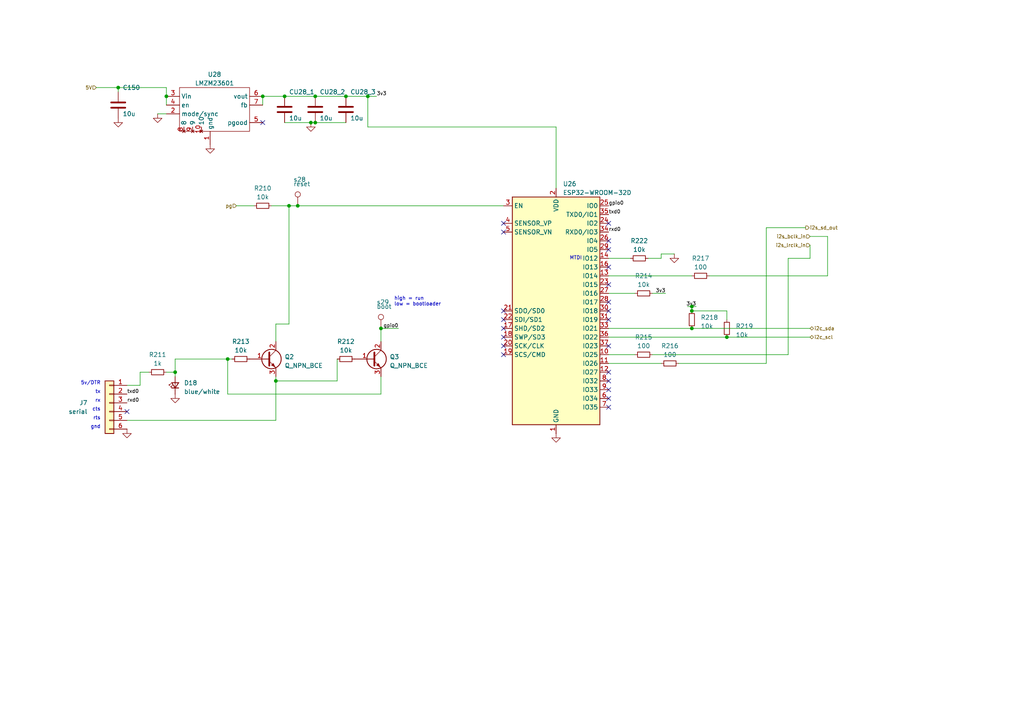
<source format=kicad_sch>
(kicad_sch (version 20231120) (generator "eeschema") (generator_version "8.0")
  (paper "A4")
  (lib_symbols
    (symbol "Connector:TestPoint" (pin_numbers hide) (pin_names (offset 0.762) hide)
      (property "Reference" "TP" (at 0 6.858 0))
      (property "Value" "TestPoint" (at 0 5.08 0))
      (symbol "TestPoint_0_1"
        (circle (center 0 3.302) (radius 0.762))
      )
      (symbol "TestPoint_1_1"
        (pin passive line (at 0 0 90) (length 2.54) (name "1") (number "1"))
      )
    )
    (symbol "Connector_Generic:Conn_01x06" (pin_names (offset 1.016) hide)
      (property "Reference" "J" (at 0 7.62 0))
      (property "Value" "Conn_01x06" (at 0 -10.16 0))
      (symbol "Conn_01x06_1_1"
        (rectangle (start -1.27 -7.493) (end 0 -7.747) (stroke (width 0.1524)))
        (rectangle (start -1.27 -4.953) (end 0 -5.207) (stroke (width 0.1524)))
        (rectangle (start -1.27 -2.413) (end 0 -2.667) (stroke (width 0.1524)))
        (rectangle (start -1.27 0.127) (end 0 -0.127) (stroke (width 0.1524)))
        (rectangle (start -1.27 2.667) (end 0 2.413) (stroke (width 0.1524)))
        (rectangle (start -1.27 5.207) (end 0 4.953) (stroke (width 0.1524)))
        (rectangle (start -1.27 6.35) (end 1.27 -8.89) (stroke (width 0.254)) (fill (type background)))
        (pin passive line (at -5.08 5.08 0) (length 3.81) (name "Pin_1") (number "1"))
        (pin passive line (at -5.08 2.54 0) (length 3.81) (name "Pin_2") (number "2"))
        (pin passive line (at -5.08 0 0) (length 3.81) (name "Pin_3") (number "3"))
        (pin passive line (at -5.08 -2.54 0) (length 3.81) (name "Pin_4") (number "4"))
        (pin passive line (at -5.08 -5.08 0) (length 3.81) (name "Pin_5") (number "5"))
        (pin passive line (at -5.08 -7.62 0) (length 3.81) (name "Pin_6") (number "6"))
      )
    )
    (symbol "Device:C" (pin_numbers hide) (pin_names (offset 0.254))
      (property "Reference" "C" (at 0.635 2.54 0))
      (property "Value" "C" (at 0.635 -2.54 0))
      (symbol "C_0_1"
        (polyline (pts (xy -2.032 -0.762) (xy 2.032 -0.762)) (stroke (width 0.508)))
        (polyline (pts (xy -2.032 0.762) (xy 2.032 0.762)) (stroke (width 0.508)))
      )
      (symbol "C_1_1"
        (pin passive line (at 0 3.81 270) (length 2.794) (name "~") (number "1"))
        (pin passive line (at 0 -3.81 90) (length 2.794) (name "~") (number "2"))
      )
    )
    (symbol "Device:LED_Small" (pin_numbers hide) (pin_names (offset 0.254) hide)
      (property "Reference" "D" (at -1.27 3.175 0))
      (property "Value" "LED_Small" (at -4.445 -2.54 0))
      (symbol "LED_Small_0_1"
        (polyline (pts (xy -0.762 -1.016) (xy -0.762 1.016)) (stroke (width 0.254)))
        (polyline (pts (xy 1.016 0) (xy -0.762 0)))
        (polyline (pts (xy 0.762 -1.016) (xy -0.762 0) (xy 0.762 1.016) (xy 0.762 -1.016)) (stroke (width 0.254)))
        (polyline (pts (xy 0 0.762) (xy -0.508 1.27) (xy -0.254 1.27) (xy -0.508 1.27) (xy -0.508 1.016)))
        (polyline (pts (xy 0.508 1.27) (xy 0 1.778) (xy 0.254 1.778) (xy 0 1.778) (xy 0 1.524)))
      )
      (symbol "LED_Small_1_1"
        (pin passive line (at -2.54 0 0) (length 1.778) (name "K") (number "1"))
        (pin passive line (at 2.54 0 180) (length 1.778) (name "A") (number "2"))
      )
    )
    (symbol "Device:Q_NPN_BCE" (pin_names (offset 0) hide)
      (property "Reference" "Q" (at 5.08 1.27 0))
      (property "Value" "Q_NPN_BCE" (at 5.08 -1.27 0))
      (symbol "Q_NPN_BCE_0_1"
        (polyline (pts (xy 0.635 0.635) (xy 2.54 2.54)))
        (polyline (pts (xy 0.635 -0.635) (xy 2.54 -2.54) (xy 2.54 -2.54)))
        (polyline (pts (xy 0.635 1.905) (xy 0.635 -1.905) (xy 0.635 -1.905)) (stroke (width 0.508)))
        (polyline (pts (xy 1.27 -1.778) (xy 1.778 -1.27) (xy 2.286 -2.286) (xy 1.27 -1.778) (xy 1.27 -1.778)) (fill (type outline)))
        (circle (center 1.27 0) (radius 2.8194) (stroke (width 0.254)))
      )
      (symbol "Q_NPN_BCE_1_1"
        (pin input line (at -5.08 0 0) (length 5.715) (name "B") (number "1"))
        (pin passive line (at 2.54 5.08 270) (length 2.54) (name "C") (number "2"))
        (pin passive line (at 2.54 -5.08 90) (length 2.54) (name "E") (number "3"))
      )
    )
    (symbol "Device:R_Small" (pin_numbers hide) (pin_names (offset 0.254) hide)
      (property "Reference" "R" (at 0.762 0.508 0))
      (property "Value" "R_Small" (at 0.762 -1.016 0))
      (symbol "R_Small_0_1"
        (rectangle (start -0.762 1.778) (end 0.762 -1.778) (stroke (width 0.2032)))
      )
      (symbol "R_Small_1_1"
        (pin passive line (at 0 2.54 270) (length 0.762) (name "~") (number "1"))
        (pin passive line (at 0 -2.54 90) (length 0.762) (name "~") (number "2"))
      )
    )
    (symbol "RF_Module:ESP32-WROOM-32D"
      (property "Reference" "U" (at -12.7 34.29 0))
      (property "Value" "ESP32-WROOM-32D" (at 1.27 34.29 0))
      (symbol "ESP32-WROOM-32D_0_1"
        (rectangle (start -12.7 33.02) (end 12.7 -33.02) (stroke (width 0.254)) (fill (type background)))
      )
      (symbol "ESP32-WROOM-32D_1_1"
        (pin power_in line (at 0 -35.56 90) (length 2.54) (name "GND") (number "1"))
        (pin bidirectional line (at 15.24 -12.7 180) (length 2.54) (name "IO25") (number "10"))
        (pin bidirectional line (at 15.24 -15.24 180) (length 2.54) (name "IO26") (number "11"))
        (pin bidirectional line (at 15.24 -17.78 180) (length 2.54) (name "IO27") (number "12"))
        (pin bidirectional line (at 15.24 10.16 180) (length 2.54) (name "IO14") (number "13"))
        (pin bidirectional line (at 15.24 15.24 180) (length 2.54) (name "IO12") (number "14"))
        (pin passive line (at 0 -35.56 90) (length 2.54) hide (name "GND") (number "15"))
        (pin bidirectional line (at 15.24 12.7 180) (length 2.54) (name "IO13") (number "16"))
        (pin bidirectional line (at -15.24 -5.08 0) (length 2.54) (name "SHD/SD2") (number "17"))
        (pin bidirectional line (at -15.24 -7.62 0) (length 2.54) (name "SWP/SD3") (number "18"))
        (pin bidirectional line (at -15.24 -12.7 0) (length 2.54) (name "SCS/CMD") (number "19"))
        (pin power_in line (at 0 35.56 270) (length 2.54) (name "VDD") (number "2"))
        (pin bidirectional line (at -15.24 -10.16 0) (length 2.54) (name "SCK/CLK") (number "20"))
        (pin bidirectional line (at -15.24 0 0) (length 2.54) (name "SDO/SD0") (number "21"))
        (pin bidirectional line (at -15.24 -2.54 0) (length 2.54) (name "SDI/SD1") (number "22"))
        (pin bidirectional line (at 15.24 7.62 180) (length 2.54) (name "IO15") (number "23"))
        (pin bidirectional line (at 15.24 25.4 180) (length 2.54) (name "IO2") (number "24"))
        (pin bidirectional line (at 15.24 30.48 180) (length 2.54) (name "IO0") (number "25"))
        (pin bidirectional line (at 15.24 20.32 180) (length 2.54) (name "IO4") (number "26"))
        (pin bidirectional line (at 15.24 5.08 180) (length 2.54) (name "IO16") (number "27"))
        (pin bidirectional line (at 15.24 2.54 180) (length 2.54) (name "IO17") (number "28"))
        (pin bidirectional line (at 15.24 17.78 180) (length 2.54) (name "IO5") (number "29"))
        (pin input line (at -15.24 30.48 0) (length 2.54) (name "EN") (number "3"))
        (pin bidirectional line (at 15.24 0 180) (length 2.54) (name "IO18") (number "30"))
        (pin bidirectional line (at 15.24 -2.54 180) (length 2.54) (name "IO19") (number "31"))
        (pin no_connect line (at -12.7 -27.94 0) (length 2.54) hide (name "NC") (number "32"))
        (pin bidirectional line (at 15.24 -5.08 180) (length 2.54) (name "IO21") (number "33"))
        (pin bidirectional line (at 15.24 22.86 180) (length 2.54) (name "RXD0/IO3") (number "34"))
        (pin bidirectional line (at 15.24 27.94 180) (length 2.54) (name "TXD0/IO1") (number "35"))
        (pin bidirectional line (at 15.24 -7.62 180) (length 2.54) (name "IO22") (number "36"))
        (pin bidirectional line (at 15.24 -10.16 180) (length 2.54) (name "IO23") (number "37"))
        (pin passive line (at 0 -35.56 90) (length 2.54) hide (name "GND") (number "38"))
        (pin passive line (at 0 -35.56 90) (length 2.54) hide (name "GND") (number "39"))
        (pin input line (at -15.24 25.4 0) (length 2.54) (name "SENSOR_VP") (number "4"))
        (pin input line (at -15.24 22.86 0) (length 2.54) (name "SENSOR_VN") (number "5"))
        (pin input line (at 15.24 -25.4 180) (length 2.54) (name "IO34") (number "6"))
        (pin input line (at 15.24 -27.94 180) (length 2.54) (name "IO35") (number "7"))
        (pin bidirectional line (at 15.24 -20.32 180) (length 2.54) (name "IO32") (number "8"))
        (pin bidirectional line (at 15.24 -22.86 180) (length 2.54) (name "IO33") (number "9"))
      )
    )
    (symbol "invendelirium_ic:LMZM23601"
      (property "Reference" "U" (at 2.54 8.89 0))
      (property "Value" "LMZM23601" (at 6.35 -6.35 0))
      (symbol "LMZM23601_0_1"
        (rectangle (start -11.43 7.62) (end 8.89 -5.08))
      )
      (symbol "LMZM23601_1_1"
        (pin power_in line (at -2.54 -8.89 90) (length 3.81) (name "gnd") (number "1"))
        (pin no_connect line (at -5.08 -5.08 90) (length 1.27) (name "10") (number "10"))
        (pin input line (at -15.24 0 0) (length 3.81) (name "mode/sync") (number "2"))
        (pin power_in line (at -15.24 5.08 0) (length 3.81) (name "Vin") (number "3"))
        (pin input line (at -15.24 2.54 0) (length 3.81) (name "en") (number "4"))
        (pin open_collector line (at 12.7 -2.54 180) (length 3.81) (name "pgood") (number "5"))
        (pin power_out line (at 12.7 5.08 180) (length 3.81) (name "vout") (number "6"))
        (pin input line (at 12.7 2.54 180) (length 3.81) (name "fb") (number "7"))
        (pin no_connect line (at -10.16 -5.08 90) (length 1.27) (name "8") (number "8"))
        (pin no_connect line (at -7.62 -5.08 90) (length 1.27) (name "9") (number "9"))
        (pin power_in line (at -2.54 -8.89 90) (length 3.81) hide (name "pad") (number "pad"))
      )
    )
    (symbol "power:GND" (power) (pin_numbers hide) (pin_names (offset 0) hide)
      (property "Value" "GND" (at 0 -3.81 0))
      (symbol "GND_0_1"
        (polyline (pts (xy 0 0) (xy 0 -1.27) (xy 1.27 -1.27) (xy 0 -2.54) (xy -1.27 -1.27) (xy 0 -1.27)))
      )
      (symbol "GND_1_1"
        (pin power_in line (at 0 0 270) (length 0) (name "~") (number "1"))
      )
    )
  )
  (junction (at 106.68 27.94))
  (junction (at 83.82 59.69))
  (junction (at 91.44 35.56))
  (junction (at 91.44 27.94))
  (junction (at 200.66 88.9))
  (junction (at 48.26 27.94))
  (junction (at 34.29 25.4))
  (junction (at 100.33 27.94))
  (junction (at 50.8 107.95))
  (junction (at 80.01 110.49))
  (junction (at 210.82 97.79))
  (junction (at 200.66 95.25))
  (junction (at 82.55 27.94))
  (junction (at 110.49 95.25))
  (junction (at 76.2 27.94))
  (junction (at 200.66 90.17))
  (junction (at 66.04 104.14))
  (junction (at 86.36 59.69))
  (junction (at 90.17 35.56))
  (no_connect (at 176.53 118.11))
  (no_connect (at 146.05 95.25))
  (no_connect (at 176.53 90.17))
  (no_connect (at 176.53 113.03))
  (no_connect (at 146.05 97.79))
  (no_connect (at 176.53 87.63))
  (no_connect (at 146.05 67.31))
  (no_connect (at 146.05 92.71))
  (no_connect (at 146.05 64.77))
  (no_connect (at 36.83 119.38))
  (no_connect (at 176.53 110.49))
  (no_connect (at 176.53 115.57))
  (no_connect (at 176.53 92.71))
  (no_connect (at 176.53 107.95))
  (no_connect (at 76.2 35.56))
  (no_connect (at 146.05 90.17))
  (no_connect (at 146.05 100.33))
  (no_connect (at 176.53 77.47))
  (no_connect (at 176.53 64.77))
  (no_connect (at 146.05 102.87))
  (no_connect (at 176.53 72.39))
  (no_connect (at 176.53 100.33))
  (no_connect (at 176.53 69.85))
  (no_connect (at 176.53 82.55))
  (wire (pts (xy 66.04 104.14) (xy 66.04 114.3)))
  (wire (pts (xy 91.44 35.56) (xy 100.33 35.56)))
  (wire (pts (xy 176.53 97.79) (xy 210.82 97.79)))
  (wire (pts (xy 234.95 68.58) (xy 240.03 68.58)))
  (wire (pts (xy 80.01 110.49) (xy 80.01 121.92)))
  (wire (pts (xy 191.77 73.66) (xy 195.58 73.66)))
  (wire (pts (xy 234.95 71.12) (xy 234.95 74.93)))
  (wire (pts (xy 91.44 27.94) (xy 100.33 27.94)))
  (wire (pts (xy 80.01 109.22) (xy 80.01 110.49)))
  (wire (pts (xy 176.53 95.25) (xy 200.66 95.25)))
  (wire (pts (xy 27.94 25.4) (xy 34.29 25.4)))
  (wire (pts (xy 234.95 74.93) (xy 228.6 74.93)))
  (wire (pts (xy 40.64 111.76) (xy 36.83 111.76)))
  (wire (pts (xy 191.77 74.93) (xy 191.77 73.66)))
  (wire (pts (xy 66.04 104.14) (xy 67.31 104.14)))
  (wire (pts (xy 222.25 66.04) (xy 222.25 105.41)))
  (wire (pts (xy 200.66 88.9) (xy 201.93 88.9)))
  (wire (pts (xy 50.8 107.95) (xy 50.8 104.14)))
  (wire (pts (xy 240.03 80.01) (xy 205.74 80.01)))
  (wire (pts (xy 78.74 59.69) (xy 83.82 59.69)))
  (wire (pts (xy 80.01 121.92) (xy 36.83 121.92)))
  (wire (pts (xy 228.6 102.87) (xy 189.23 102.87)))
  (wire (pts (xy 50.8 104.14) (xy 66.04 104.14)))
  (wire (pts (xy 97.79 104.14) (xy 97.79 110.49)))
  (wire (pts (xy 80.01 93.98) (xy 83.82 93.98)))
  (wire (pts (xy 80.01 99.06) (xy 80.01 93.98)))
  (wire (pts (xy 110.49 114.3) (xy 110.49 109.22)))
  (wire (pts (xy 50.8 109.22) (xy 50.8 107.95)))
  (wire (pts (xy 82.55 27.94) (xy 91.44 27.94)))
  (wire (pts (xy 106.68 36.83) (xy 106.68 27.94)))
  (wire (pts (xy 40.64 107.95) (xy 43.18 107.95)))
  (wire (pts (xy 187.96 74.93) (xy 191.77 74.93)))
  (wire (pts (xy 222.25 105.41) (xy 196.85 105.41)))
  (wire (pts (xy 210.82 92.71) (xy 210.82 90.17)))
  (wire (pts (xy 76.2 27.94) (xy 82.55 27.94)))
  (wire (pts (xy 200.66 95.25) (xy 234.95 95.25)))
  (wire (pts (xy 48.26 107.95) (xy 50.8 107.95)))
  (wire (pts (xy 200.66 90.17) (xy 210.82 90.17)))
  (wire (pts (xy 184.15 102.87) (xy 176.53 102.87)))
  (wire (pts (xy 161.29 36.83) (xy 106.68 36.83)))
  (wire (pts (xy 110.49 99.06) (xy 110.49 95.25)))
  (wire (pts (xy 189.23 85.09) (xy 193.04 85.09)))
  (wire (pts (xy 233.68 66.04) (xy 222.25 66.04)))
  (wire (pts (xy 210.82 97.79) (xy 234.95 97.79)))
  (wire (pts (xy 48.26 25.4) (xy 34.29 25.4)))
  (wire (pts (xy 200.66 80.01) (xy 176.53 80.01)))
  (wire (pts (xy 90.17 35.56) (xy 91.44 35.56)))
  (wire (pts (xy 68.58 59.69) (xy 73.66 59.69)))
  (wire (pts (xy 191.77 105.41) (xy 176.53 105.41)))
  (wire (pts (xy 76.2 30.48) (xy 76.2 27.94)))
  (wire (pts (xy 40.64 107.95) (xy 40.64 111.76)))
  (wire (pts (xy 48.26 25.4) (xy 48.26 27.94)))
  (wire (pts (xy 200.66 88.9) (xy 200.66 90.17)))
  (wire (pts (xy 83.82 59.69) (xy 83.82 93.98)))
  (wire (pts (xy 176.53 85.09) (xy 184.15 85.09)))
  (wire (pts (xy 240.03 68.58) (xy 240.03 80.01)))
  (wire (pts (xy 100.33 27.94) (xy 106.68 27.94)))
  (wire (pts (xy 86.36 59.69) (xy 146.05 59.69)))
  (wire (pts (xy 48.26 27.94) (xy 48.26 30.48)))
  (wire (pts (xy 228.6 74.93) (xy 228.6 102.87)))
  (wire (pts (xy 176.53 74.93) (xy 182.88 74.93)))
  (wire (pts (xy 83.82 59.69) (xy 86.36 59.69)))
  (wire (pts (xy 45.72 33.02) (xy 48.26 33.02)))
  (wire (pts (xy 110.49 95.25) (xy 115.57 95.25)))
  (wire (pts (xy 199.39 88.9) (xy 200.66 88.9)))
  (wire (pts (xy 161.29 54.61) (xy 161.29 36.83)))
  (wire (pts (xy 82.55 35.56) (xy 90.17 35.56)))
  (wire (pts (xy 97.79 110.49) (xy 80.01 110.49)))
  (wire (pts (xy 106.68 27.94) (xy 109.22 27.94)))
  (wire (pts (xy 34.29 25.4) (xy 34.29 26.67)))
  (wire (pts (xy 66.04 114.3) (xy 110.49 114.3)))
  (text "5v/DTR" (at 29.21 111.76 0) (effects (font (size 1.016 1.016)) (justify right bottom)))
  (text "cts" (at 29.21 119.38 0) (effects (font (size 1.016 1.016)) (justify right bottom)))
  (text "MTDI" (at 165.194 75.521 0) (effects (font (size 1.016 1.016)) (justify left bottom)))
  (text "gnd" (at 29.21 124.46 0) (effects (font (size 1.016 1.016)) (justify right bottom)))
  (text "rts" (at 29.21 121.92 0) (effects (font (size 1.016 1.016)) (justify right bottom)))
  (text "tx" (at 29.21 114.3 0) (effects (font (size 1.016 1.016)) (justify right bottom)))
  (text "high = run\nlow = bootloader" (at 114.3 88.9 0) (effects (font (size 1.016 1.016)) (justify left bottom)))
  (text "rx" (at 29.21 116.84 0) (effects (font (size 1.016 1.016)) (justify right bottom)))
  (label "gpio0" (at 176.53 59.69 0) (effects (font (size 1.016 1.016))))
  (label "3v3" (at 193.04 85.09 180) (effects (font (size 1.016 1.016))))
  (label "3v3" (at 201.93 88.9 180) (effects (font (size 1.016 1.016))))
  (label "rxd0" (at 36.83 116.84 0) (effects (font (size 1.016 1.016))))
  (label "rxd0" (at 176.53 67.31 0) (effects (font (size 1.016 1.016))))
  (label "txd0" (at 36.83 114.3 0) (effects (font (size 1.016 1.016))))
  (label "gpio0" (at 115.57 95.25 180) (effects (font (size 1.016 1.016))))
  (label "3v3" (at 109.22 27.94 0) (effects (font (size 1.016 1.016))))
  (label "txd0" (at 176.53 62.23 0) (effects (font (size 1.016 1.016))))
  (hierarchical_label "5V" (shape input) (at 27.94 25.4 180) (effects (font (size 1.016 1.016))))
  (hierarchical_label "i2c_sda" (shape bidirectional) (at 234.95 95.25 0) (effects (font (size 1.016 1.016))))
  (hierarchical_label "i2s_bclk_in" (shape input) (at 234.95 68.58 180) (effects (font (size 1.016 1.016))))
  (hierarchical_label "i2c_scl" (shape bidirectional) (at 234.95 97.79 0) (effects (font (size 1.016 1.016))))
  (hierarchical_label "i2s_lrclk_in" (shape input) (at 234.95 71.12 180) (effects (font (size 1.016 1.016))))
  (hierarchical_label "pg" (shape input) (at 68.58 59.69 180) (effects (font (size 1.016 1.016))))
  (hierarchical_label "i2s_sd_out" (shape output) (at 233.68 66.04 0) (effects (font (size 1.016 1.016))))
  (symbol (lib_id "Device:R_Small") (at 203.2 80.01 270) (unit 1)
    (property "Reference" "R217" (at 203.2 74.93 90))
    (property "Value" "100" (at 203.2 77.47 90))
    (property "Footprint" "invendelirium_audio:R_0603" (effects (hide yes)))
  )
  (symbol (lib_id "power:GND") (at 195.58 73.66 0) (unit 1)
    (property "Reference" "#PWR0184" (effects (hide yes)))
    (property "Value" "GND" (effects (hide yes)))
  )
  (symbol (lib_id "power:GND") (at 161.29 125.73 0) (unit 1)
    (property "Reference" "#PWR0183" (effects (hide yes)))
    (property "Value" "GND" (effects (hide yes)))
  )
  (symbol (lib_id "Device:LED_Small") (at 50.8 111.76 90) (unit 1)
    (property "Reference" "D18" (at 53.34 111.0615 90) (effects (justify right)))
    (property "Value" "blue/white" (at 53.34 113.6015 90) (effects (justify right)))
    (property "Footprint" "LED_SMD:LED_0805_2012Metric" (effects (hide yes)))
  )
  (symbol (lib_id "Device:C") (at 82.55 31.75 0) (unit 1)
    (property "Reference" "CU28_1" (at 83.82 26.67 0) (effects (justify left)))
    (property "Value" "10u" (at 83.82 34.29 0) (effects (justify left)))
    (property "Footprint" "invendelirium_audio:C_0603" (effects (hide yes)))
    (property "Voltage" "16V" (effects (hide yes)))
  )
  (symbol (lib_id "Device:R_Small") (at 210.82 95.25 180) (unit 1)
    (property "Reference" "R219" (at 213.36 94.615 0) (effects (justify right)))
    (property "Value" "10k" (at 213.36 97.155 0) (effects (justify right)))
    (property "Footprint" "invendelirium_audio:R_0603" (effects (hide yes)))
  )
  (symbol (lib_id "power:GND") (at 45.72 33.02 0) (unit 1)
    (property "Reference" "#PWR0180" (effects (hide yes)))
    (property "Value" "GND" (effects (hide yes)))
  )
  (symbol (lib_id "power:GND") (at 90.17 35.56 0) (unit 1)
    (property "Reference" "#PWR0181" (effects (hide yes)))
    (property "Value" "GND" (effects (hide yes)))
  )
  (symbol (lib_id "power:GND") (at 34.29 34.29 0) (unit 1)
    (property "Reference" "#PWR0178" (effects (hide yes)))
    (property "Value" "GND" (effects (hide yes)))
  )
  (symbol (lib_id "Device:R_Small") (at 194.31 105.41 270) (unit 1)
    (property "Reference" "R216" (at 194.31 100.33 90))
    (property "Value" "100" (at 194.31 102.87 90))
    (property "Footprint" "invendelirium_audio:R_0603" (effects (hide yes)))
  )
  (symbol (lib_id "Device:R_Small") (at 186.69 102.87 270) (unit 1)
    (property "Reference" "R215" (at 186.69 97.79 90))
    (property "Value" "100" (at 186.69 100.33 90))
    (property "Footprint" "invendelirium_audio:R_0603" (effects (hide yes)))
  )
  (symbol (lib_id "power:GND") (at 60.96 41.91 0) (unit 1)
    (property "Reference" "#PWR0179" (effects (hide yes)))
    (property "Value" "GND" (effects (hide yes)))
  )
  (symbol (lib_id "Device:R_Small") (at 69.85 104.14 90) (unit 1)
    (property "Reference" "R213" (at 69.85 99.06 90))
    (property "Value" "10k" (at 69.85 101.6 90))
    (property "Footprint" "invendelirium_audio:R_0603" (effects (hide yes)))
  )
  (symbol (lib_id "Device:R_Small") (at 76.2 59.69 90) (unit 1)
    (property "Reference" "R210" (at 76.2 54.61 90))
    (property "Value" "10k" (at 76.2 57.15 90))
    (property "Footprint" "invendelirium_audio:R_0603" (effects (hide yes)))
  )
  (symbol (lib_id "Device:R_Small") (at 100.33 104.14 90) (unit 1)
    (property "Reference" "R212" (at 100.33 99.06 90))
    (property "Value" "10k" (at 100.33 101.6 90))
    (property "Footprint" "invendelirium_audio:R_0603" (effects (hide yes)))
  )
  (symbol (lib_id "Device:C") (at 91.44 31.75 0) (unit 1)
    (property "Reference" "CU28_2" (at 92.71 26.67 0) (effects (justify left)))
    (property "Value" "10u" (at 92.71 34.29 0) (effects (justify left)))
    (property "Footprint" "invendelirium_audio:C_0603" (effects (hide yes)))
    (property "Voltage" "16V" (effects (hide yes)))
  )
  (symbol (lib_id "Device:C") (at 100.33 31.75 0) (unit 1)
    (property "Reference" "CU28_3" (at 101.6 26.67 0) (effects (justify left)))
    (property "Value" "10u" (at 101.6 34.29 0) (effects (justify left)))
    (property "Footprint" "invendelirium_audio:C_0603" (effects (hide yes)))
    (property "Voltage" "16V" (effects (hide yes)))
  )
  (symbol (lib_id "Device:Q_NPN_BCE") (at 77.47 104.14 0) (unit 1)
    (property "Reference" "Q2" (at 82.55 103.505 0) (effects (justify left)))
    (property "Value" "Q_NPN_BCE" (at 82.55 106.045 0) (effects (justify left)))
    (property "Footprint" "PCM_4ms_Package_SOT:SOT23-3_PO123" (effects (hide yes)))
  )
  (symbol (lib_id "Device:R_Small") (at 185.42 74.93 90) (unit 1)
    (property "Reference" "R222" (at 185.42 69.85 90))
    (property "Value" "10k" (at 185.42 72.39 90))
    (property "Footprint" "invendelirium_audio:R_0603" (effects (hide yes)))
  )
  (symbol (lib_id "Device:R_Small") (at 45.72 107.95 90) (unit 1)
    (property "Reference" "R211" (at 45.72 102.87 90))
    (property "Value" "1k" (at 45.72 105.41 90))
    (property "Footprint" "invendelirium_audio:R_0603" (effects (hide yes)))
  )
  (symbol (lib_id "Connector:TestPoint") (at 86.36 59.69 0) (unit 1)
    (property "Reference" "s28" (at 85.09 52.07 0) (effects (justify left)))
    (property "Value" "reset" (at 85.09 53.34 0) (effects (justify left)))
    (property "Footprint" "invendelirium_general:pad_1.2x1.5" (effects (hide yes)))
  )
  (symbol (lib_id "Device:R_Small") (at 186.69 85.09 90) (unit 1)
    (property "Reference" "R214" (at 186.69 80.01 90))
    (property "Value" "10k" (at 186.69 82.55 90))
    (property "Footprint" "invendelirium_audio:R_0603" (effects (hide yes)))
  )
  (symbol (lib_id "Connector_Generic:Conn_01x06") (at 31.75 116.84 0) (mirror y) (unit 1)
    (property "Reference" "J7" (at 25.4 116.84 0) (effects (justify left)))
    (property "Value" "serial" (at 25.4 119.38 0) (effects (justify left)))
    (property "Footprint" "Connector_JST:JST_GH_BM06B-GHS-TBT_1x06-1MP_P1.25mm_Vertical" (effects (hide yes)))
    (property "PN" "BM03B-GHS-TBT" (effects (hide yes)))
  )
  (symbol (lib_id "Device:R_Small") (at 200.66 92.71 180) (unit 1)
    (property "Reference" "R218" (at 203.2 92.075 0) (effects (justify right)))
    (property "Value" "10k" (at 203.2 94.615 0) (effects (justify right)))
    (property "Footprint" "invendelirium_audio:R_0603" (effects (hide yes)))
  )
  (symbol (lib_id "power:GND") (at 36.83 124.46 0) (unit 1)
    (property "Reference" "#PWR0195" (effects (hide yes)))
    (property "Value" "GND" (effects (hide yes)))
  )
  (symbol (lib_id "invendelirium_ic:LMZM23601") (at 63.5 33.02 0) (unit 1)
    (property "Reference" "U28" (at 62.23 21.59 0))
    (property "Value" "LMZM23601" (at 62.23 24.13 0))
    (property "Footprint" "invendelirium_general:LMZM23601" (effects (hide yes)))
    (property "PN" "LMZM23601" (effects (hide yes)))
  )
  (symbol (lib_id "RF_Module:ESP32-WROOM-32D") (at 161.29 90.17 0) (unit 1)
    (property "Reference" "U26" (at 163.2459 53.34 0) (effects (justify left)))
    (property "Value" "ESP32-WROOM-32D" (at 163.2459 55.88 0) (effects (justify left)))
    (property "Footprint" "invendelirium_audio:ESP32-WROOM-32D" (effects (hide yes)))
    (property "Datasheet" "https://www.espressif.com/sites/default/files/documentation/esp32-wroom-32d_esp32-wroom-32u_datasheet_en.pdf" (effects (hide yes)))
    (property "PN" "ESP32-WROOM-32E-N16" (effects (hide yes)))
  )
  (symbol (lib_id "Device:Q_NPN_BCE") (at 107.95 104.14 0) (unit 1)
    (property "Reference" "Q3" (at 113.03 103.505 0) (effects (justify left)))
    (property "Value" "Q_NPN_BCE" (at 113.03 106.045 0) (effects (justify left)))
    (property "Footprint" "PCM_4ms_Package_SOT:SOT23-3_PO123" (effects (hide yes)))
  )
  (symbol (lib_id "power:GND") (at 50.8 114.3 0) (unit 1)
    (property "Reference" "#PWR0182" (effects (hide yes)))
    (property "Value" "GND" (effects (hide yes)))
  )
  (symbol (lib_id "Connector:TestPoint") (at 110.49 95.25 0) (unit 1)
    (property "Reference" "s29" (at 109.22 87.63 0) (effects (justify left)))
    (property "Value" "boot" (at 109.22 88.9 0) (effects (justify left)))
    (property "Footprint" "invendelirium_general:pad_1.2x1.5" (effects (hide yes)))
  )
  (symbol (lib_id "Device:C") (at 34.29 30.48 0) (unit 1)
    (property "Reference" "C150" (at 35.56 25.4 0) (effects (justify left)))
    (property "Value" "10u" (at 35.56 33.02 0) (effects (justify left)))
    (property "Footprint" "invendelirium_audio:C_0603" (effects (hide yes)))
    (property "Voltage" "16V" (effects (hide yes)))
  )
)
</source>
